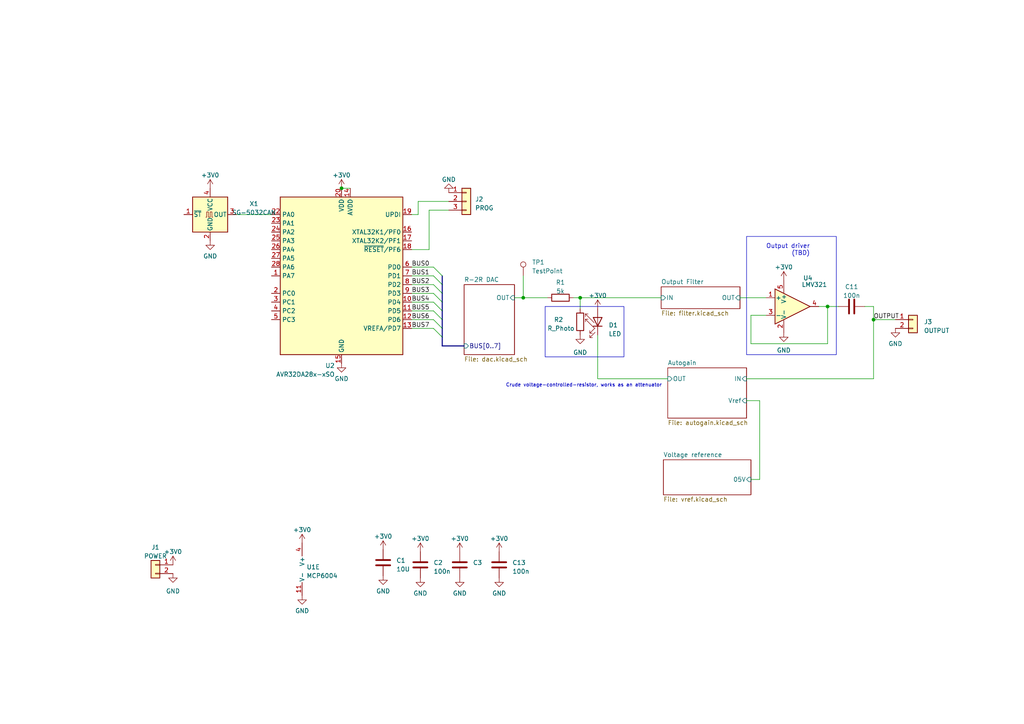
<source format=kicad_sch>
(kicad_sch (version 20230121) (generator eeschema)
  (paper "A4")
  (lib_symbols
    (symbol "Amplifier_Operational:LM321" (pin_names (offset 0.127))
      (property "Reference" "U" (at 0 7.62 0))
      (property "Value" "LM321" (at 0 5.08 0))
      (symbol "LM321_0_1"
        (polyline (pts (xy -5.08 5.08) (xy 5.08 0) (xy -5.08 -5.08) (xy -5.08 5.08)) (stroke (width 0.254)) (fill (type background)))
      )
      (symbol "LM321_1_1"
        (pin input line (at -7.62 2.54 0) (length 2.54) (name "+") (number "1"))
        (pin power_in line (at -2.54 -7.62 90) (length 3.81) (name "V-") (number "2"))
        (pin input line (at -7.62 -2.54 0) (length 2.54) (name "-") (number "3"))
        (pin output line (at 7.62 0 180) (length 2.54) (name "~") (number "4"))
        (pin power_in line (at -2.54 7.62 270) (length 3.81) (name "V+") (number "5"))
      )
    )
    (symbol "Amplifier_Operational:MCP6004" (pin_names (offset 0.127))
      (property "Reference" "U" (at 0 5.08 0))
      (property "Value" "MCP6004" (at 0 -5.08 0))
      (symbol "MCP6004_1_1"
        (polyline (pts (xy -5.08 5.08) (xy 5.08 0) (xy -5.08 -5.08) (xy -5.08 5.08)) (stroke (width 0.254)) (fill (type background)))
        (pin output line (at 7.62 0 180) (length 2.54) (name "~") (number "1"))
        (pin input line (at -7.62 -2.54 0) (length 2.54) (name "-") (number "2"))
        (pin input line (at -7.62 2.54 0) (length 2.54) (name "+") (number "3"))
      )
      (symbol "MCP6004_2_1"
        (polyline (pts (xy -5.08 5.08) (xy 5.08 0) (xy -5.08 -5.08) (xy -5.08 5.08)) (stroke (width 0.254)) (fill (type background)))
        (pin input line (at -7.62 2.54 0) (length 2.54) (name "+") (number "5"))
        (pin input line (at -7.62 -2.54 0) (length 2.54) (name "-") (number "6"))
        (pin output line (at 7.62 0 180) (length 2.54) (name "~") (number "7"))
      )
      (symbol "MCP6004_3_1"
        (polyline (pts (xy -5.08 5.08) (xy 5.08 0) (xy -5.08 -5.08) (xy -5.08 5.08)) (stroke (width 0.254)) (fill (type background)))
        (pin input line (at -7.62 2.54 0) (length 2.54) (name "+") (number "10"))
        (pin output line (at 7.62 0 180) (length 2.54) (name "~") (number "8"))
        (pin input line (at -7.62 -2.54 0) (length 2.54) (name "-") (number "9"))
      )
      (symbol "MCP6004_4_1"
        (polyline (pts (xy -5.08 5.08) (xy 5.08 0) (xy -5.08 -5.08) (xy -5.08 5.08)) (stroke (width 0.254)) (fill (type background)))
        (pin input line (at -7.62 2.54 0) (length 2.54) (name "+") (number "12"))
        (pin input line (at -7.62 -2.54 0) (length 2.54) (name "-") (number "13"))
        (pin output line (at 7.62 0 180) (length 2.54) (name "~") (number "14"))
      )
      (symbol "MCP6004_5_1"
        (pin power_in line (at -2.54 -7.62 90) (length 3.81) (name "V-") (number "11"))
        (pin power_in line (at -2.54 7.62 270) (length 3.81) (name "V+") (number "4"))
      )
    )
    (symbol "Connector:TestPoint" (pin_numbers hide) (pin_names (offset 0.762) hide)
      (property "Reference" "TP" (at 0 6.858 0))
      (property "Value" "TestPoint" (at 0 5.08 0))
      (symbol "TestPoint_0_1"
        (circle (center 0 3.302) (radius 0.762))
      )
      (symbol "TestPoint_1_1"
        (pin passive line (at 0 0 90) (length 2.54) (name "1") (number "1"))
      )
    )
    (symbol "Connector_Generic:Conn_01x02" (pin_names (offset 1.016) hide)
      (property "Reference" "J" (at 0 2.54 0))
      (property "Value" "Conn_01x02" (at 0 -5.08 0))
      (symbol "Conn_01x02_1_1"
        (rectangle (start -1.27 -2.413) (end 0 -2.667) (stroke (width 0.1524)))
        (rectangle (start -1.27 0.127) (end 0 -0.127) (stroke (width 0.1524)))
        (rectangle (start -1.27 1.27) (end 1.27 -3.81) (stroke (width 0.254)) (fill (type background)))
        (pin passive line (at -5.08 0 0) (length 3.81) (name "Pin_1") (number "1"))
        (pin passive line (at -5.08 -2.54 0) (length 3.81) (name "Pin_2") (number "2"))
      )
    )
    (symbol "Connector_Generic:Conn_01x03" (pin_names (offset 1.016) hide)
      (property "Reference" "J" (at 0 5.08 0))
      (property "Value" "Conn_01x03" (at 0 -5.08 0))
      (symbol "Conn_01x03_1_1"
        (rectangle (start -1.27 -2.413) (end 0 -2.667) (stroke (width 0.1524)))
        (rectangle (start -1.27 0.127) (end 0 -0.127) (stroke (width 0.1524)))
        (rectangle (start -1.27 2.667) (end 0 2.413) (stroke (width 0.1524)))
        (rectangle (start -1.27 3.81) (end 1.27 -3.81) (stroke (width 0.254)) (fill (type background)))
        (pin passive line (at -5.08 2.54 0) (length 3.81) (name "Pin_1") (number "1"))
        (pin passive line (at -5.08 0 0) (length 3.81) (name "Pin_2") (number "2"))
        (pin passive line (at -5.08 -2.54 0) (length 3.81) (name "Pin_3") (number "3"))
      )
    )
    (symbol "Device:C" (pin_numbers hide) (pin_names (offset 0.254))
      (property "Reference" "C" (at 0.635 2.54 0))
      (property "Value" "C" (at 0.635 -2.54 0))
      (symbol "C_0_1"
        (polyline (pts (xy -2.032 -0.762) (xy 2.032 -0.762)) (stroke (width 0.508)))
        (polyline (pts (xy -2.032 0.762) (xy 2.032 0.762)) (stroke (width 0.508)))
      )
      (symbol "C_1_1"
        (pin passive line (at 0 3.81 270) (length 2.794) (name "~") (number "1"))
        (pin passive line (at 0 -3.81 90) (length 2.794) (name "~") (number "2"))
      )
    )
    (symbol "Device:LED" (pin_numbers hide) (pin_names (offset 1.016) hide)
      (property "Reference" "D" (at 0 2.54 0))
      (property "Value" "LED" (at 0 -2.54 0))
      (symbol "LED_0_1"
        (polyline (pts (xy -1.27 -1.27) (xy -1.27 1.27)) (stroke (width 0.254)))
        (polyline (pts (xy -1.27 0) (xy 1.27 0)))
        (polyline (pts (xy 1.27 -1.27) (xy 1.27 1.27) (xy -1.27 0) (xy 1.27 -1.27)) (stroke (width 0.254)))
        (polyline (pts (xy -3.048 -0.762) (xy -4.572 -2.286) (xy -3.81 -2.286) (xy -4.572 -2.286) (xy -4.572 -1.524)))
        (polyline (pts (xy -1.778 -0.762) (xy -3.302 -2.286) (xy -2.54 -2.286) (xy -3.302 -2.286) (xy -3.302 -1.524)))
      )
      (symbol "LED_1_1"
        (pin passive line (at -3.81 0 0) (length 2.54) (name "K") (number "1"))
        (pin passive line (at 3.81 0 180) (length 2.54) (name "A") (number "2"))
      )
    )
    (symbol "Device:R" (pin_numbers hide) (pin_names (offset 0))
      (property "Reference" "R" (at 2.032 0 90))
      (property "Value" "R" (at 0 0 90))
      (symbol "R_0_1"
        (rectangle (start -1.016 -2.54) (end 1.016 2.54) (stroke (width 0.254)))
      )
      (symbol "R_1_1"
        (pin passive line (at 0 3.81 270) (length 1.27) (name "~") (number "1"))
        (pin passive line (at 0 -3.81 90) (length 1.27) (name "~") (number "2"))
      )
    )
    (symbol "Device:R_Photo" (pin_numbers hide) (pin_names (offset 0))
      (property "Reference" "R" (at 1.27 1.27 0))
      (property "Value" "R_Photo" (at 1.27 0 0))
      (symbol "R_Photo_0_1"
        (rectangle (start -1.016 2.54) (end 1.016 -2.54) (stroke (width 0.254)))
        (polyline (pts (xy -1.524 -2.286) (xy -4.064 0.254)))
        (polyline (pts (xy -1.524 -2.286) (xy -2.286 -2.286)))
        (polyline (pts (xy -1.524 -2.286) (xy -1.524 -1.524)))
        (polyline (pts (xy -1.524 -0.762) (xy -4.064 1.778)))
        (polyline (pts (xy -1.524 -0.762) (xy -2.286 -0.762)))
        (polyline (pts (xy -1.524 -0.762) (xy -1.524 0)))
      )
      (symbol "R_Photo_1_1"
        (pin passive line (at 0 3.81 270) (length 1.27) (name "~") (number "1"))
        (pin passive line (at 0 -3.81 90) (length 1.27) (name "~") (number "2"))
      )
    )
    (symbol "MCU_Microchip_AVR_Dx:AVR32DA28x-xSO"
      (property "Reference" "U" (at -17.78 24.13 0))
      (property "Value" "AVR32DA28x-xSO" (at 2.54 -24.13 0))
      (symbol "AVR32DA28x-xSO_0_1"
        (rectangle (start -17.78 22.86) (end 17.78 -22.86) (stroke (width 0.254)) (fill (type background)))
      )
      (symbol "AVR32DA28x-xSO_1_1"
        (pin bidirectional line (at 20.32 0 180) (length 2.54) (name "PA7") (number "1"))
        (pin bidirectional line (at -20.32 -7.62 0) (length 2.54) (name "PD4") (number "10"))
        (pin bidirectional line (at -20.32 -10.16 0) (length 2.54) (name "PD5") (number "11"))
        (pin bidirectional line (at -20.32 -12.7 0) (length 2.54) (name "PD6") (number "12"))
        (pin bidirectional line (at -20.32 -15.24 0) (length 2.54) (name "VREFA/PD7") (number "13"))
        (pin power_in line (at -2.54 25.4 270) (length 2.54) (name "AVDD") (number "14"))
        (pin power_in line (at 0 -25.4 90) (length 2.54) (name "GND") (number "15"))
        (pin bidirectional line (at -20.32 12.7 0) (length 2.54) (name "XTAL32K1/PF0") (number "16"))
        (pin bidirectional line (at -20.32 10.16 0) (length 2.54) (name "XTAL32K2/PF1") (number "17"))
        (pin bidirectional line (at -20.32 7.62 0) (length 2.54) (name "~{RESET}/PF6") (number "18"))
        (pin input line (at -20.32 17.78 0) (length 2.54) (name "UPDI") (number "19"))
        (pin bidirectional line (at 20.32 -5.08 180) (length 2.54) (name "PC0") (number "2"))
        (pin power_in line (at 0 25.4 270) (length 2.54) (name "VDD") (number "20"))
        (pin passive line (at 0 -25.4 90) (length 2.54) hide (name "GND") (number "21"))
        (pin bidirectional line (at 20.32 17.78 180) (length 2.54) (name "PA0") (number "22"))
        (pin bidirectional line (at 20.32 15.24 180) (length 2.54) (name "PA1") (number "23"))
        (pin bidirectional line (at 20.32 12.7 180) (length 2.54) (name "PA2") (number "24"))
        (pin bidirectional line (at 20.32 10.16 180) (length 2.54) (name "PA3") (number "25"))
        (pin bidirectional line (at 20.32 7.62 180) (length 2.54) (name "PA4") (number "26"))
        (pin bidirectional line (at 20.32 5.08 180) (length 2.54) (name "PA5") (number "27"))
        (pin bidirectional line (at 20.32 2.54 180) (length 2.54) (name "PA6") (number "28"))
        (pin bidirectional line (at 20.32 -7.62 180) (length 2.54) (name "PC1") (number "3"))
        (pin bidirectional line (at 20.32 -10.16 180) (length 2.54) (name "PC2") (number "4"))
        (pin bidirectional line (at 20.32 -12.7 180) (length 2.54) (name "PC3") (number "5"))
        (pin bidirectional line (at -20.32 2.54 0) (length 2.54) (name "PD0") (number "6"))
        (pin bidirectional line (at -20.32 0 0) (length 2.54) (name "PD1") (number "7"))
        (pin bidirectional line (at -20.32 -2.54 0) (length 2.54) (name "PD2") (number "8"))
        (pin bidirectional line (at -20.32 -5.08 0) (length 2.54) (name "PD3") (number "9"))
      )
    )
    (symbol "Oscillator:SG-5032CAN" (pin_names (offset 0.254))
      (property "Reference" "X" (at -5.08 6.35 0))
      (property "Value" "SG-5032CAN" (at 1.27 -6.35 0))
      (symbol "SG-5032CAN_0_1"
        (rectangle (start -5.08 5.08) (end 5.08 -5.08) (stroke (width 0.254)) (fill (type background)))
        (polyline (pts (xy -1.27 -0.762) (xy -1.016 -0.762) (xy -1.016 0.762) (xy -0.508 0.762) (xy -0.508 -0.762) (xy 0 -0.762) (xy 0 0.762) (xy 0.508 0.762) (xy 0.508 -0.762) (xy 0.762 -0.762)))
      )
      (symbol "SG-5032CAN_1_1"
        (pin input line (at -7.62 0 0) (length 2.54) (name "~{ST}") (number "1"))
        (pin power_in line (at 0 -7.62 90) (length 2.54) (name "GND") (number "2"))
        (pin output line (at 7.62 0 180) (length 2.54) (name "OUT") (number "3"))
        (pin power_in line (at 0 7.62 270) (length 2.54) (name "VCC") (number "4"))
      )
    )
    (symbol "power:+3V0" (power) (pin_names (offset 0))
      (property "Value" "+3V0" (at 0 3.556 0))
      (symbol "+3V0_0_1"
        (polyline (pts (xy -0.762 1.27) (xy 0 2.54)))
        (polyline (pts (xy 0 0) (xy 0 2.54)))
        (polyline (pts (xy 0 2.54) (xy 0.762 1.27)))
      )
      (symbol "+3V0_1_1"
        (pin power_in line (at 0 0 90) (length 0) hide (name "+3V0") (number "1"))
      )
    )
    (symbol "power:GND" (power) (pin_names (offset 0))
      (property "Value" "GND" (at 0 -3.81 0))
      (symbol "GND_0_1"
        (polyline (pts (xy 0 0) (xy 0 -1.27) (xy 1.27 -1.27) (xy 0 -2.54) (xy -1.27 -1.27) (xy 0 -1.27)))
      )
      (symbol "GND_1_1"
        (pin power_in line (at 0 0 270) (length 0) hide (name "GND") (number "1"))
      )
    )
  )
  (junction (at 168.275 86.36))
  (junction (at 253.365 92.71))
  (junction (at 240.03 88.9))
  (junction (at 151.765 86.36))
  (junction (at 99.06 54.61))
  (bus_entry (at 128.27 95.25) (size -2.54 -2.54))
  (bus_entry (at 128.27 82.55) (size -2.54 -2.54))
  (bus_entry (at 128.27 97.79) (size -2.54 -2.54))
  (bus_entry (at 128.27 80.01) (size -2.54 -2.54))
  (bus_entry (at 128.27 87.63) (size -2.54 -2.54))
  (bus_entry (at 128.27 85.09) (size -2.54 -2.54))
  (bus_entry (at 128.27 90.17) (size -2.54 -2.54))
  (bus_entry (at 128.27 92.71) (size -2.54 -2.54))
  (wire (pts (xy 217.805 99.695) (xy 240.03 99.695)))
  (wire (pts (xy 217.805 91.44) (xy 217.805 99.695)))
  (wire (pts (xy 214.63 86.36) (xy 222.25 86.36)))
  (wire (pts (xy 119.38 82.55) (xy 125.73 82.55)))
  (wire (pts (xy 151.765 80.01) (xy 151.765 86.36)))
  (bus (pts (xy 134.62 100.33) (xy 128.27 100.33)))
  (wire (pts (xy 220.345 139.065) (xy 217.805 139.065)))
  (wire (pts (xy 124.46 72.39) (xy 124.46 60.96)))
  (wire (pts (xy 151.765 86.36) (xy 158.75 86.36)))
  (wire (pts (xy 119.38 95.25) (xy 125.73 95.25)))
  (wire (pts (xy 220.345 116.205) (xy 220.345 139.065)))
  (wire (pts (xy 240.03 88.9) (xy 240.03 99.695)))
  (bus (pts (xy 128.27 92.71) (xy 128.27 95.25)))
  (bus (pts (xy 128.27 82.55) (xy 128.27 85.09)))
  (wire (pts (xy 168.275 86.36) (xy 168.275 89.535)))
  (wire (pts (xy 119.38 90.17) (xy 125.73 90.17)))
  (wire (pts (xy 216.535 109.855) (xy 253.365 109.855)))
  (bus (pts (xy 128.27 85.09) (xy 128.27 87.63)))
  (bus (pts (xy 128.27 80.01) (xy 128.27 82.55)))
  (wire (pts (xy 119.38 92.71) (xy 125.73 92.71)))
  (wire (pts (xy 253.365 92.71) (xy 259.715 92.71)))
  (bus (pts (xy 128.27 97.79) (xy 128.27 100.33)))
  (wire (pts (xy 119.38 87.63) (xy 125.73 87.63)))
  (bus (pts (xy 128.27 90.17) (xy 128.27 92.71)))
  (bus (pts (xy 128.27 87.63) (xy 128.27 90.17)))
  (wire (pts (xy 119.38 80.01) (xy 125.73 80.01)))
  (wire (pts (xy 119.38 85.09) (xy 125.73 85.09)))
  (wire (pts (xy 253.365 88.9) (xy 250.825 88.9)))
  (wire (pts (xy 173.355 109.855) (xy 193.675 109.855)))
  (wire (pts (xy 240.03 88.9) (xy 243.205 88.9)))
  (wire (pts (xy 240.03 88.9) (xy 237.49 88.9)))
  (wire (pts (xy 119.38 72.39) (xy 124.46 72.39)))
  (wire (pts (xy 121.285 58.42) (xy 121.285 62.23)))
  (wire (pts (xy 253.365 109.855) (xy 253.365 92.71)))
  (wire (pts (xy 173.355 97.155) (xy 173.355 109.855)))
  (wire (pts (xy 253.365 88.9) (xy 253.365 92.71)))
  (wire (pts (xy 119.38 77.47) (xy 125.73 77.47)))
  (wire (pts (xy 121.285 62.23) (xy 119.38 62.23)))
  (wire (pts (xy 124.46 60.96) (xy 130.175 60.96)))
  (wire (pts (xy 166.37 86.36) (xy 168.275 86.36)))
  (wire (pts (xy 168.275 86.36) (xy 191.77 86.36)))
  (wire (pts (xy 130.175 58.42) (xy 121.285 58.42)))
  (wire (pts (xy 222.25 91.44) (xy 217.805 91.44)))
  (wire (pts (xy 149.225 86.36) (xy 151.765 86.36)))
  (wire (pts (xy 216.535 116.205) (xy 220.345 116.205)))
  (wire (pts (xy 99.06 54.61) (xy 101.6 54.61)))
  (bus (pts (xy 128.27 95.25) (xy 128.27 97.79)))
  (wire (pts (xy 68.58 62.23) (xy 78.74 62.23)))
  (rectangle (start 216.535 68.58) (end 242.57 102.87))
  (rectangle (start 158.115 88.9) (end 180.975 103.505))
  (text "Output driver\n(TBD)\n" (at 234.95 74.295 0) (effects (font (size 1.27 1.27)) (justify right bottom)))
  (text "Crude voltage-controlled-resistor, works as an attenuator" (at 146.685 112.395 0) (effects (font (size 1 1)) (justify left bottom)))
  (label "BUS7" (at 119.38 95.25 0))
  (label "BUS0" (at 119.38 77.47 0))
  (label "BUS4" (at 119.38 87.63 0))
  (label "BUS6" (at 119.38 92.71 0))
  (label "OUTPUT" (at 253.365 92.71 0))
  (label "BUS2" (at 119.38 82.55 0))
  (label "BUS3" (at 119.38 85.09 0))
  (label "BUS5" (at 119.38 90.17 0))
  (label "BUS1" (at 119.38 80.01 0))
  (symbol (lib_id "Oscillator:SG-5032CAN") (at 60.96 62.23 0) (unit 1)
    (property "Reference" "X1" (at 73.66 59.1059 0))
    (property "Value" "SG-5032CAN" (at 73.66 61.6459 0))
    (property "Footprint" "Oscillator:Oscillator_SMD_SeikoEpson_SG8002LB-4Pin_5.0x3.2mm" (effects hide))
    (property "Datasheet" "https://support.epson.biz/td/api/doc_check.php?dl=brief_SG5032CAN&lang=en" (effects hide))
  )
  (symbol (lib_id "power:+3V0") (at 173.355 89.535 0) (unit 1)
    (property "Reference" "#PWR019" (effects hide))
    (property "Value" "+3V0" (at 173.355 85.725 0))
  )
  (symbol (lib_id "Connector_Generic:Conn_01x03") (at 135.255 58.42 0) (unit 1)
    (property "Reference" "J2" (at 137.795 57.785 0) (effects (justify left)))
    (property "Value" "PROG" (at 137.795 60.325 0) (effects (justify left)))
    (property "Footprint" "Connector_PinHeader_2.54mm:PinHeader_1x03_P2.54mm_Vertical" (effects hide))
  )
  (symbol (lib_id "power:GND") (at 99.06 105.41 0) (unit 1)
    (property "Reference" "#PWR08" (effects hide))
    (property "Value" "GND" (at 99.06 109.855 0))
  )
  (symbol (lib_id "power:GND") (at 60.96 69.85 0) (unit 1)
    (property "Reference" "#PWR04" (effects hide))
    (property "Value" "GND" (at 60.96 74.295 0))
  )
  (symbol (lib_id "power:+3V0") (at 50.165 163.83 0) (mirror y) (unit 1)
    (property "Reference" "#PWR01" (effects hide))
    (property "Value" "+3V0" (at 50.165 160.02 0))
  )
  (symbol (lib_id "Device:C") (at 133.35 163.83 0) (unit 1)
    (property "Reference" "C3" (at 137.16 163.195 0) (effects (justify left)))
    (property "Value" "100n" (effects hide))
    (property "Footprint" "Capacitor_SMD:C_0805_2012Metric_Pad1.18x1.45mm_HandSolder" (effects hide))
  )
  (symbol (lib_id "power:GND") (at 259.715 95.25 0) (unit 1)
    (property "Reference" "#PWR020" (effects hide))
    (property "Value" "GND" (at 259.715 99.695 0))
  )
  (symbol (lib_id "power:GND") (at 227.33 96.52 0) (unit 1)
    (property "Reference" "#PWR031" (effects hide))
    (property "Value" "GND" (at 227.33 101.6 0))
  )
  (symbol (lib_id "power:+3V0") (at 60.96 54.61 0) (unit 1)
    (property "Reference" "#PWR03" (effects hide))
    (property "Value" "+3V0" (at 60.96 50.8 0))
  )
  (symbol (lib_id "power:GND") (at 50.165 166.37 0) (unit 1)
    (property "Reference" "#PWR02" (effects hide))
    (property "Value" "GND" (at 50.165 171.45 0))
  )
  (symbol (lib_id "Connector_Generic:Conn_01x02") (at 264.795 92.71 0) (unit 1)
    (property "Reference" "J3" (at 267.97 93.345 0) (effects (justify left)))
    (property "Value" "OUTPUT" (at 267.97 95.885 0) (effects (justify left)))
    (property "Footprint" "Connector_PinHeader_2.54mm:PinHeader_1x02_P2.54mm_Vertical" (effects hide))
  )
  (symbol (lib_id "MCU_Microchip_AVR_Dx:AVR32DA28x-xSO") (at 99.06 80.01 0) (mirror y) (unit 1)
    (property "Reference" "U2" (at 97.1041 106.045 0) (effects (justify left)))
    (property "Value" "AVR32DA28x-xSO" (at 97.1041 108.585 0) (effects (justify left)))
    (property "Footprint" "Package_SO:SOIC-28W_7.5x17.9mm_P1.27mm" (effects hide))
    (property "Datasheet" "https://ww1.microchip.com/downloads/en/DeviceDoc/AVR32DA28-32-48-Data-Sheet-40002228B.pdf" (effects hide))
  )
  (symbol (lib_id "Device:C") (at 144.78 163.83 0) (unit 1)
    (property "Reference" "C13" (at 148.59 163.195 0) (effects (justify left)))
    (property "Value" "100n" (at 148.59 165.735 0) (effects (justify left)))
    (property "Footprint" "Capacitor_SMD:C_0805_2012Metric_Pad1.18x1.45mm_HandSolder" (effects hide))
  )
  (symbol (lib_id "Device:C") (at 247.015 88.9 90) (unit 1)
    (property "Reference" "C11" (at 247.015 83.185 90))
    (property "Value" "100n" (at 247.015 85.725 90))
    (property "Footprint" "Capacitor_THT:C_Rect_L13.0mm_W6.0mm_P10.00mm_FKS3_FKP3_MKS4" (effects hide))
  )
  (symbol (lib_id "power:+3V0") (at 111.125 159.385 0) (mirror y) (unit 1)
    (property "Reference" "#PWR09" (effects hide))
    (property "Value" "+3V0" (at 111.125 155.575 0))
  )
  (symbol (lib_id "Amplifier_Operational:LM321") (at 229.87 88.9 0) (unit 1)
    (property "Reference" "U4" (at 234.315 80.645 0))
    (property "Value" "LMV321" (at 236.22 82.55 0))
    (property "Footprint" "Package_TO_SOT_SMD:SOT-23-5_HandSoldering" (effects hide))
    (property "Datasheet" "http://www.ti.com/lit/ds/symlink/lm321.pdf" (effects hide))
  )
  (symbol (lib_id "power:+3V0") (at 133.35 160.02 0) (mirror y) (unit 1)
    (property "Reference" "#PWR014" (effects hide))
    (property "Value" "+3V0" (at 133.35 156.21 0))
  )
  (symbol (lib_id "Device:C") (at 121.92 163.83 0) (unit 1)
    (property "Reference" "C2" (at 125.73 163.195 0) (effects (justify left)))
    (property "Value" "100n" (at 125.73 165.735 0) (effects (justify left)))
    (property "Footprint" "Capacitor_SMD:C_0805_2012Metric_Pad1.18x1.45mm_HandSolder" (effects hide))
  )
  (symbol (lib_id "power:+3V0") (at 227.33 81.28 0) (unit 1)
    (property "Reference" "#PWR032" (effects hide))
    (property "Value" "+3V0" (at 227.33 77.47 0))
  )
  (symbol (lib_id "power:GND") (at 168.275 97.155 0) (unit 1)
    (property "Reference" "#PWR018" (effects hide))
    (property "Value" "GND" (at 168.275 102.235 0))
  )
  (symbol (lib_id "Connector:TestPoint") (at 151.765 80.01 0) (unit 1)
    (property "Reference" "TP1" (at 154.305 76.073 0) (effects (justify left)))
    (property "Value" "TestPoint" (at 154.305 78.613 0) (effects (justify left)))
    (property "Footprint" "TestPoint:TestPoint_Pad_D3.0mm" (effects hide))
  )
  (symbol (lib_id "Device:C") (at 111.125 163.195 0) (unit 1)
    (property "Reference" "C1" (at 114.935 162.56 0) (effects (justify left)))
    (property "Value" "10U" (at 114.935 165.1 0) (effects (justify left)))
    (property "Footprint" "Capacitor_SMD:C_0805_2012Metric_Pad1.18x1.45mm_HandSolder" (effects hide))
  )
  (symbol (lib_id "power:GND") (at 130.175 55.88 180) (unit 1)
    (property "Reference" "#PWR013" (effects hide))
    (property "Value" "GND" (at 130.175 52.07 0))
  )
  (symbol (lib_id "power:+3V0") (at 99.06 54.61 0) (unit 1)
    (property "Reference" "#PWR07" (effects hide))
    (property "Value" "+3V0" (at 99.06 50.8 0))
  )
  (symbol (lib_id "power:+3V0") (at 144.78 160.02 0) (mirror y) (unit 1)
    (property "Reference" "#PWR033" (effects hide))
    (property "Value" "+3V0" (at 144.78 156.21 0))
  )
  (symbol (lib_id "power:GND") (at 87.63 172.72 0) (unit 1)
    (property "Reference" "#PWR06" (effects hide))
    (property "Value" "GND" (at 87.63 177.165 0))
  )
  (symbol (lib_id "power:GND") (at 121.92 167.64 0) (unit 1)
    (property "Reference" "#PWR012" (effects hide))
    (property "Value" "GND" (at 121.92 172.085 0))
  )
  (symbol (lib_id "Amplifier_Operational:MCP6004") (at 90.17 165.1 0) (unit 5)
    (property "Reference" "U1" (at 88.9 164.465 0) (effects (justify left)))
    (property "Value" "MCP6004" (at 88.9 167.005 0) (effects (justify left)))
    (property "Footprint" "Package_DIP:DIP-14_W7.62mm_Socket_LongPads" (effects hide))
    (property "Datasheet" "http://ww1.microchip.com/downloads/en/DeviceDoc/21733j.pdf" (effects hide))
  )
  (symbol (lib_id "Device:LED") (at 173.355 93.345 270) (mirror x) (unit 1)
    (property "Reference" "D1" (at 176.53 94.2975 90) (effects (justify left)))
    (property "Value" "LED" (at 176.53 96.8375 90) (effects (justify left)))
    (property "Footprint" "LED_THT:LED_D5.0mm_Horizontal_O3.81mm_Z3.0mm" (effects hide))
  )
  (symbol (lib_id "power:GND") (at 144.78 167.64 0) (unit 1)
    (property "Reference" "#PWR034" (effects hide))
    (property "Value" "GND" (at 144.78 172.085 0))
  )
  (symbol (lib_id "power:+3V0") (at 87.63 157.48 0) (mirror y) (unit 1)
    (property "Reference" "#PWR05" (effects hide))
    (property "Value" "+3V0" (at 87.63 153.67 0))
  )
  (symbol (lib_id "power:+3V0") (at 121.92 160.02 0) (mirror y) (unit 1)
    (property "Reference" "#PWR011" (effects hide))
    (property "Value" "+3V0" (at 121.92 156.21 0))
  )
  (symbol (lib_id "power:GND") (at 111.125 167.005 0) (unit 1)
    (property "Reference" "#PWR010" (effects hide))
    (property "Value" "GND" (at 111.125 171.45 0))
  )
  (symbol (lib_id "Connector_Generic:Conn_01x02") (at 45.085 163.83 0) (mirror y) (unit 1)
    (property "Reference" "J1" (at 45.085 158.75 0))
    (property "Value" "POWER" (at 45.085 161.29 0))
    (property "Footprint" "Connector_PinHeader_2.54mm:PinHeader_1x02_P2.54mm_Vertical" (effects hide))
  )
  (symbol (lib_id "power:GND") (at 133.35 167.64 0) (unit 1)
    (property "Reference" "#PWR015" (effects hide))
    (property "Value" "GND" (at 133.35 172.085 0))
  )
  (symbol (lib_id "Device:R_Photo") (at 168.275 93.345 180) (unit 1)
    (property "Reference" "R2" (at 160.655 92.71 0) (effects (justify right)))
    (property "Value" "R_Photo" (at 158.75 95.25 0) (effects (justify right)))
    (property "Footprint" "Connector_PinHeader_2.54mm:PinHeader_1x02_P2.54mm_Vertical" (effects hide))
  )
  (symbol (lib_id "Device:R") (at 162.56 86.36 90) (unit 1)
    (property "Reference" "R1" (at 162.56 81.915 90))
    (property "Value" "5k" (at 162.56 84.455 90))
    (property "Footprint" "Resistor_THT:R_Axial_DIN0207_L6.3mm_D2.5mm_P2.54mm_Vertical" (effects hide))
  )
  (sheet (at 134.62 82.55) (size 14.605 20.32) (stroke (width 0.1524))
    (property "Sheetname" "R-2R DAC" (at 134.62 81.8384 0) (effects (justify left bottom)))
    (property "Sheetfile" "dac.kicad_sch" (at 134.62 103.4546 0) (effects (justify left top)))
    (pin "OUT" input (at 149.225 86.36 0))
    (pin "BUS[0..7]" input (at 134.62 100.33 180))
  )
  (sheet (at 193.675 106.68) (size 22.86 14.605) (stroke (width 0.1524))
    (property "Sheetname" "Autogain" (at 193.675 105.9684 0) (effects (justify left bottom)))
    (property "Sheetfile" "autogain.kicad_sch" (at 193.675 121.8696 0) (effects (justify left top)))
    (pin "IN" input (at 216.535 109.855 0))
    (pin "OUT" input (at 193.675 109.855 180))
    (pin "Vref" input (at 216.535 116.205 0))
  )
  (sheet (at 191.77 83.185) (size 22.86 6.35) (stroke (width 0.1524))
    (property "Sheetname" "Output Filter" (at 191.77 82.4734 0) (effects (justify left bottom)))
    (property "Sheetfile" "filter.kicad_sch" (at 191.77 90.1196 0) (effects (justify left top)))
    (pin "OUT" input (at 214.63 86.36 0))
    (pin "IN" input (at 191.77 86.36 180))
  )
  (sheet (at 192.405 133.35) (size 25.4 10.16) (stroke (width 0.1524))
    (property "Sheetname" "Voltage reference" (at 192.405 132.6384 0) (effects (justify left bottom)))
    (property "Sheetfile" "vref.kicad_sch" (at 192.405 144.0946 0) (effects (justify left top)))
    (pin "05V" input (at 217.805 139.065 0))
  )
)
</source>
